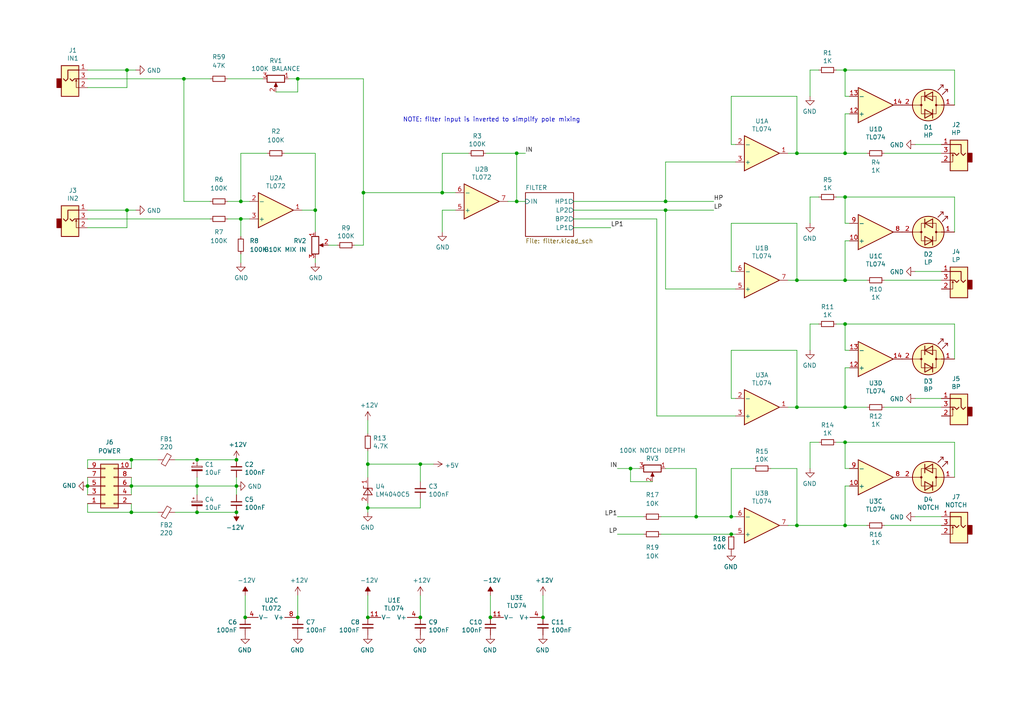
<source format=kicad_sch>
(kicad_sch (version 20211123) (generator eeschema)
  (paper "A4")
  (title_block (title "VCF-20") (rev "v1.0"))
  (lib_symbols
    (symbol "Amplifier_Operational:TL072" (pin_names (offset 0.127))
      (property "Reference" "U" (at 0 5.08 0))
      (property "Value" "TL072" (at 0 -5.08 0))
      (symbol "TL072_1_1"
        (polyline (pts (xy -5.08 5.08) (xy 5.08 0) (xy -5.08 -5.08) (xy -5.08 5.08)) (stroke (width 0.254)) (fill (type background)))
        (pin output line (at 7.62 0 180) (length 2.54) (name "~") (number "1"))
        (pin input line (at -7.62 -2.54 0) (length 2.54) (name "-") (number "2"))
        (pin input line (at -7.62 2.54 0) (length 2.54) (name "+") (number "3"))
      )
      (symbol "TL072_2_1"
        (polyline (pts (xy -5.08 5.08) (xy 5.08 0) (xy -5.08 -5.08) (xy -5.08 5.08)) (stroke (width 0.254)) (fill (type background)))
        (pin input line (at -7.62 2.54 0) (length 2.54) (name "+") (number "5"))
        (pin input line (at -7.62 -2.54 0) (length 2.54) (name "-") (number "6"))
        (pin output line (at 7.62 0 180) (length 2.54) (name "~") (number "7"))
      )
      (symbol "TL072_3_1"
        (pin power_in line (at -2.54 -7.62 90) (length 3.81) (name "V-") (number "4"))
        (pin power_in line (at -2.54 7.62 270) (length 3.81) (name "V+") (number "8"))
      )
    )
    (symbol "Amplifier_Operational:TL074" (pin_names (offset 0.127))
      (property "Reference" "U" (at 0 5.08 0))
      (property "Value" "TL074" (at 0 -5.08 0))
      (symbol "TL074_1_1"
        (polyline (pts (xy -5.08 5.08) (xy 5.08 0) (xy -5.08 -5.08) (xy -5.08 5.08)) (stroke (width 0.254)) (fill (type background)))
        (pin output line (at 7.62 0 180) (length 2.54) (name "~") (number "1"))
        (pin input line (at -7.62 -2.54 0) (length 2.54) (name "-") (number "2"))
        (pin input line (at -7.62 2.54 0) (length 2.54) (name "+") (number "3"))
      )
      (symbol "TL074_2_1"
        (polyline (pts (xy -5.08 5.08) (xy 5.08 0) (xy -5.08 -5.08) (xy -5.08 5.08)) (stroke (width 0.254)) (fill (type background)))
        (pin input line (at -7.62 2.54 0) (length 2.54) (name "+") (number "5"))
        (pin input line (at -7.62 -2.54 0) (length 2.54) (name "-") (number "6"))
        (pin output line (at 7.62 0 180) (length 2.54) (name "~") (number "7"))
      )
      (symbol "TL074_3_1"
        (polyline (pts (xy -5.08 5.08) (xy 5.08 0) (xy -5.08 -5.08) (xy -5.08 5.08)) (stroke (width 0.254)) (fill (type background)))
        (pin input line (at -7.62 2.54 0) (length 2.54) (name "+") (number "10"))
        (pin output line (at 7.62 0 180) (length 2.54) (name "~") (number "8"))
        (pin input line (at -7.62 -2.54 0) (length 2.54) (name "-") (number "9"))
      )
      (symbol "TL074_4_1"
        (polyline (pts (xy -5.08 5.08) (xy 5.08 0) (xy -5.08 -5.08) (xy -5.08 5.08)) (stroke (width 0.254)) (fill (type background)))
        (pin input line (at -7.62 2.54 0) (length 2.54) (name "+") (number "12"))
        (pin input line (at -7.62 -2.54 0) (length 2.54) (name "-") (number "13"))
        (pin output line (at 7.62 0 180) (length 2.54) (name "~") (number "14"))
      )
      (symbol "TL074_5_1"
        (pin power_in line (at -2.54 -7.62 90) (length 3.81) (name "V-") (number "11"))
        (pin power_in line (at -2.54 7.62 270) (length 3.81) (name "V+") (number "4"))
      )
    )
    (symbol "Connector_Generic:Conn_02x05_Odd_Even" (pin_names (offset 1.016) hide)
      (property "Reference" "J" (at 1.27 7.62 0))
      (property "Value" "Conn_02x05_Odd_Even" (at 1.27 -7.62 0))
      (symbol "Conn_02x05_Odd_Even_1_1"
        (rectangle (start -1.27 -4.953) (end 0 -5.207) (stroke (width 0.1524)))
        (rectangle (start -1.27 -2.413) (end 0 -2.667) (stroke (width 0.1524)))
        (rectangle (start -1.27 0.127) (end 0 -0.127) (stroke (width 0.1524)))
        (rectangle (start -1.27 2.667) (end 0 2.413) (stroke (width 0.1524)))
        (rectangle (start -1.27 5.207) (end 0 4.953) (stroke (width 0.1524)))
        (rectangle (start -1.27 6.35) (end 3.81 -6.35) (stroke (width 0.254)) (fill (type background)))
        (rectangle (start 3.81 -4.953) (end 2.54 -5.207) (stroke (width 0.1524)))
        (rectangle (start 3.81 -2.413) (end 2.54 -2.667) (stroke (width 0.1524)))
        (rectangle (start 3.81 0.127) (end 2.54 -0.127) (stroke (width 0.1524)))
        (rectangle (start 3.81 2.667) (end 2.54 2.413) (stroke (width 0.1524)))
        (rectangle (start 3.81 5.207) (end 2.54 4.953) (stroke (width 0.1524)))
        (pin passive line (at -5.08 5.08 0) (length 3.81) (name "Pin_1") (number "1"))
        (pin passive line (at 7.62 -5.08 180) (length 3.81) (name "Pin_10") (number "10"))
        (pin passive line (at 7.62 5.08 180) (length 3.81) (name "Pin_2") (number "2"))
        (pin passive line (at -5.08 2.54 0) (length 3.81) (name "Pin_3") (number "3"))
        (pin passive line (at 7.62 2.54 180) (length 3.81) (name "Pin_4") (number "4"))
        (pin passive line (at -5.08 0 0) (length 3.81) (name "Pin_5") (number "5"))
        (pin passive line (at 7.62 0 180) (length 3.81) (name "Pin_6") (number "6"))
        (pin passive line (at -5.08 -2.54 0) (length 3.81) (name "Pin_7") (number "7"))
        (pin passive line (at 7.62 -2.54 180) (length 3.81) (name "Pin_8") (number "8"))
        (pin passive line (at -5.08 -5.08 0) (length 3.81) (name "Pin_9") (number "9"))
      )
    )
    (symbol "Device:C_Polarized_Small" (pin_numbers hide) (pin_names (offset 0.254) hide)
      (property "Reference" "C" (at 0.254 1.778 0))
      (property "Value" "C_Polarized_Small" (at 0.254 -2.032 0))
      (symbol "C_Polarized_Small_0_1"
        (rectangle (start -1.524 -0.3048) (end 1.524 -0.6858) (fill (type outline)))
        (rectangle (start -1.524 0.6858) (end 1.524 0.3048))
        (polyline (pts (xy -1.27 1.524) (xy -0.762 1.524)))
        (polyline (pts (xy -1.016 1.27) (xy -1.016 1.778)))
      )
      (symbol "C_Polarized_Small_1_1"
        (pin passive line (at 0 2.54 270) (length 1.8542) (name "~") (number "1"))
        (pin passive line (at 0 -2.54 90) (length 1.8542) (name "~") (number "2"))
      )
    )
    (symbol "Device:C_Small" (pin_numbers hide) (pin_names (offset 0.254) hide)
      (property "Reference" "C" (at 0.254 1.778 0))
      (property "Value" "C_Small" (at 0.254 -2.032 0))
      (symbol "C_Small_0_1"
        (polyline (pts (xy -1.524 -0.508) (xy 1.524 -0.508)) (stroke (width 0.3302)))
        (polyline (pts (xy -1.524 0.508) (xy 1.524 0.508)) (stroke (width 0.3048)))
      )
      (symbol "C_Small_1_1"
        (pin passive line (at 0 2.54 270) (length 2.032) (name "~") (number "1"))
        (pin passive line (at 0 -2.54 90) (length 2.032) (name "~") (number "2"))
      )
    )
    (symbol "Device:FerriteBead_Small" (pin_numbers hide) (pin_names (offset 0))
      (property "Reference" "FB" (at 1.905 1.27 0))
      (property "Value" "FerriteBead_Small" (at 1.905 -1.27 0))
      (symbol "FerriteBead_Small_0_1"
        (polyline (pts (xy 0 -1.27) (xy 0 -0.7874)))
        (polyline (pts (xy 0 0.889) (xy 0 1.2954)))
        (polyline (pts (xy -1.8288 0.2794) (xy -1.1176 1.4986) (xy 1.8288 -0.2032) (xy 1.1176 -1.4224) (xy -1.8288 0.2794)))
      )
      (symbol "FerriteBead_Small_1_1"
        (pin passive line (at 0 2.54 270) (length 1.27) (name "~") (number "1"))
        (pin passive line (at 0 -2.54 90) (length 1.27) (name "~") (number "2"))
      )
    )
    (symbol "Device:R_Small" (pin_numbers hide) (pin_names (offset 0.254) hide)
      (property "Reference" "R" (at 0.762 0.508 0))
      (property "Value" "R_Small" (at 0.762 -1.016 0))
      (symbol "R_Small_0_1"
        (rectangle (start -0.762 1.778) (end 0.762 -1.778) (stroke (width 0.2032)))
      )
      (symbol "R_Small_1_1"
        (pin passive line (at 0 2.54 270) (length 0.762) (name "~") (number "1"))
        (pin passive line (at 0 -2.54 90) (length 0.762) (name "~") (number "2"))
      )
    )
    (symbol "Reference_Voltage:LM4040DBZ-5" (pin_names (offset 0.0254) hide)
      (property "Reference" "U" (at 0 2.54 0))
      (property "Value" "LM4040DBZ-5" (at 0 -3.175 0))
      (symbol "LM4040DBZ-5_0_1"
        (polyline (pts (xy -1.27 0) (xy 0 0) (xy 1.27 0)))
        (polyline (pts (xy -1.27 -1.27) (xy 0.635 0) (xy -1.27 1.27) (xy -1.27 -1.27)) (stroke (width 0.2032)))
        (polyline (pts (xy 0 -1.27) (xy 0.635 -1.27) (xy 0.635 1.27) (xy 1.27 1.27)) (stroke (width 0.2032)))
      )
      (symbol "LM4040DBZ-5_1_1"
        (pin passive line (at 3.81 0 180) (length 2.54) (name "K") (number "1"))
        (pin passive line (at -3.81 0 0) (length 2.54) (name "A") (number "2"))
      )
    )
    (symbol "power:+12V" (power) (pin_names (offset 0))
      (property "Value" "+12V" (at 0 3.556 0))
      (symbol "+12V_0_1"
        (polyline (pts (xy -0.762 1.27) (xy 0 2.54)))
        (polyline (pts (xy 0 0) (xy 0 2.54)))
        (polyline (pts (xy 0 2.54) (xy 0.762 1.27)))
      )
      (symbol "+12V_1_1"
        (pin power_in line (at 0 0 90) (length 0) hide (name "+12V") (number "1"))
      )
    )
    (symbol "power:+5V" (power) (pin_names (offset 0))
      (property "Value" "+5V" (at 0 3.556 0))
      (symbol "+5V_0_1"
        (polyline (pts (xy -0.762 1.27) (xy 0 2.54)))
        (polyline (pts (xy 0 0) (xy 0 2.54)))
        (polyline (pts (xy 0 2.54) (xy 0.762 1.27)))
      )
      (symbol "+5V_1_1"
        (pin power_in line (at 0 0 90) (length 0) hide (name "+5V") (number "1"))
      )
    )
    (symbol "power:-12V" (power) (pin_names (offset 0))
      (property "Value" "-12V" (at 0 3.81 0))
      (symbol "-12V_0_0"
        (pin power_in line (at 0 0 90) (length 0) hide (name "-12V") (number "1"))
      )
      (symbol "-12V_0_1"
        (polyline (pts (xy 0 0) (xy 0 1.27) (xy 0.762 1.27) (xy 0 2.54) (xy -0.762 1.27) (xy 0 1.27)) (fill (type outline)))
      )
    )
    (symbol "power:GND" (power) (pin_names (offset 0))
      (property "Value" "GND" (at 0 -3.81 0))
      (symbol "GND_0_1"
        (polyline (pts (xy 0 0) (xy 0 -1.27) (xy 1.27 -1.27) (xy 0 -2.54) (xy -1.27 -1.27) (xy 0 -1.27)))
      )
      (symbol "GND_1_1"
        (pin power_in line (at 0 0 270) (length 0) hide (name "GND") (number "1"))
      )
    )
    (symbol "vcf-20-rescue:LED_Dual_2pin-Device" (pin_names (offset 0) hide)
      (property "Reference" "D" (at 0 5.715 0))
      (property "Value" "LED_Dual_2pin-Device" (at 0 -6.35 0))
      (symbol "LED_Dual_2pin-Device_0_1"
        (circle (center -2.032 0) (radius 0.254) (fill (type outline)))
        (polyline (pts (xy -4.572 0) (xy -2.54 0)))
        (polyline (pts (xy -2.032 0) (xy -2.54 0)))
        (polyline (pts (xy -1.016 3.81) (xy -1.016 1.27)) (stroke (width 0.254)))
        (polyline (pts (xy 1.27 -1.27) (xy 1.27 -3.81)) (stroke (width 0.254)))
        (polyline (pts (xy 4.064 0) (xy 2.286 0)) (fill (type outline)))
        (polyline (pts (xy 4.318 5.842) (xy 4.318 5.08)) (stroke (width 0.2032)))
        (polyline (pts (xy 5.588 4.572) (xy 5.588 3.81)) (stroke (width 0.2032)))
        (polyline (pts (xy 2.794 4.318) (xy 4.318 5.842) (xy 3.556 5.842)) (stroke (width 0.2032)))
        (polyline (pts (xy 4.064 3.048) (xy 5.588 4.572) (xy 4.826 4.572)) (stroke (width 0.2032)))
        (polyline (pts (xy -1.016 -1.27) (xy -1.016 -3.81) (xy 1.27 -2.54) (xy -1.016 -1.27)) (stroke (width 0.254)))
        (polyline (pts (xy 1.27 3.81) (xy 1.27 1.27) (xy -1.016 2.54) (xy 1.27 3.81)) (stroke (width 0.254)))
        (polyline (pts (xy 2.286 2.54) (xy -2.032 2.54) (xy -2.032 -2.54) (xy 2.286 -2.54) (xy 2.286 2.54)))
        (circle (center 0 0) (radius 4.572) (stroke (width 0.254)) (fill (type background)))
        (circle (center 2.286 0) (radius 0.254) (fill (type outline)))
      )
      (symbol "LED_Dual_2pin-Device_1_1"
        (pin input line (at 7.62 0 180) (length 3.81) (name "KA") (number "1"))
        (pin input line (at -7.62 0 0) (length 3.048) (name "AK") (number "2"))
      )
    )
    (symbol "vcf-20-rescue:PJ-301M-SamacSys_Parts" (pin_names (offset 0.762))
      (property "Reference" "J" (at 16.51 7.62 0))
      (property "Value" "PJ-301M-SamacSys_Parts" (at 16.51 5.08 0))
      (symbol "PJ-301M-SamacSys_Parts_1_1"
        (polyline (pts (xy 11.938 -1.524) (xy 12.192 -2.032)))
        (polyline (pts (xy 10.16 -1.27) (xy 10.795 -1.905) (xy 11.43 -1.27) (xy 12.7 -1.27)) (stroke (width 0.254)))
        (polyline (pts (xy 12.7 -3.81) (xy 11.938 -3.81) (xy 11.938 -1.524) (xy 11.684 -2.032)))
        (polyline (pts (xy 12.7 1.27) (xy 9.525 1.27) (xy 9.525 -1.27) (xy 8.89 -1.905) (xy 8.255 -1.27)) (stroke (width 0.254)))
        (rectangle (start 7.62 -1.27) (end 6.35 -3.81) (stroke (width 0.254)) (fill (type outline)))
        (rectangle (start 12.7 2.54) (end 7.62 -6.35) (stroke (width 0.254)) (fill (type background)))
        (pin passive line (at 15.24 1.27 180) (length 2.54) (name "~") (number "1"))
        (pin passive line (at 15.24 -3.81 180) (length 2.54) (name "~") (number "2"))
        (pin passive line (at 15.24 -1.27 180) (length 2.54) (name "~") (number "3"))
      )
    )
    (symbol "vcf-20-rescue:R_POT-Device" (pin_names (offset 1.016) hide)
      (property "Reference" "RV" (at -4.445 0 90))
      (property "Value" "R_POT-Device" (at -2.54 0 90))
      (symbol "R_POT-Device_0_1"
        (polyline (pts (xy 2.54 0) (xy 1.524 0)))
        (polyline (pts (xy 1.143 0) (xy 2.286 0.508) (xy 2.286 -0.508) (xy 1.143 0)) (fill (type outline)))
        (rectangle (start 1.016 2.54) (end -1.016 -2.54) (stroke (width 0.254)))
      )
      (symbol "R_POT-Device_1_1"
        (pin passive line (at 0 3.81 270) (length 1.27) (name "1") (number "1"))
        (pin passive line (at 3.81 0 180) (length 1.27) (name "2") (number "2"))
        (pin passive line (at 0 -3.81 90) (length 1.27) (name "3") (number "3"))
      )
    )
  )
  (junction (at 68.58 133.35))
  (junction (at 38.1 133.35))
  (junction (at 149.86 58.42))
  (junction (at 245.11 44.45))
  (junction (at 121.92 179.07))
  (junction (at 36.83 20.32))
  (junction (at 231.14 44.45))
  (junction (at 182.88 135.89))
  (junction (at 69.85 63.5))
  (junction (at 106.68 134.62))
  (junction (at 212.09 149.86))
  (junction (at 212.09 154.94))
  (junction (at 38.1 148.59))
  (junction (at 245.11 128.27))
  (junction (at 105.41 55.88))
  (junction (at 231.14 152.4))
  (junction (at 91.44 60.96))
  (junction (at 121.92 134.62))
  (junction (at 245.11 57.15))
  (junction (at 25.4 140.97))
  (junction (at 193.04 58.42))
  (junction (at 142.24 179.07))
  (junction (at 69.85 58.42))
  (junction (at 36.83 60.96))
  (junction (at 201.93 149.86))
  (junction (at 68.58 140.97))
  (junction (at 245.11 81.28))
  (junction (at 86.36 22.86))
  (junction (at 106.68 147.32))
  (junction (at 193.04 60.96))
  (junction (at 106.68 179.07))
  (junction (at 71.12 179.07))
  (junction (at 149.86 44.45))
  (junction (at 157.48 179.07))
  (junction (at 53.34 22.86))
  (junction (at 57.15 148.59))
  (junction (at 245.11 118.11))
  (junction (at 57.15 133.35))
  (junction (at 68.58 148.59))
  (junction (at 245.11 20.32))
  (junction (at 231.14 81.28))
  (junction (at 57.15 140.97))
  (junction (at 245.11 93.98))
  (junction (at 86.36 179.07))
  (junction (at 231.14 118.11))
  (junction (at 128.27 55.88))
  (junction (at 245.11 152.4))
  (junction (at 38.1 140.97))
  (wire (pts (xy 25.4 138.43) (xy 25.4 140.97)))
  (wire (pts (xy 38.1 138.43) (xy 38.1 140.97)))
  (wire (pts (xy 50.8 148.59) (xy 57.15 148.59)))
  (wire (pts (xy 166.37 66.04) (xy 177.165 66.04)))
  (wire (pts (xy 121.92 134.62) (xy 125.73 134.62)))
  (wire (pts (xy 193.04 83.82) (xy 213.36 83.82)))
  (wire (pts (xy 245.11 106.68) (xy 246.38 106.68)))
  (wire (pts (xy 245.11 20.32) (xy 245.11 27.94)))
  (wire (pts (xy 246.38 140.97) (xy 245.11 140.97)))
  (wire (pts (xy 36.83 20.32) (xy 39.37 20.32)))
  (wire (pts (xy 228.6 152.4) (xy 231.14 152.4)))
  (wire (pts (xy 245.11 64.77) (xy 245.11 57.15)))
  (wire (pts (xy 25.4 63.5) (xy 60.96 63.5)))
  (wire (pts (xy 69.85 73.66) (xy 69.85 76.2)))
  (wire (pts (xy 276.86 128.27) (xy 276.86 138.43)))
  (wire (pts (xy 91.44 60.96) (xy 91.44 67.31)))
  (wire (pts (xy 149.86 58.42) (xy 152.4 58.42)))
  (wire (pts (xy 231.14 44.45) (xy 245.11 44.45)))
  (wire (pts (xy 234.95 27.94) (xy 234.95 20.32)))
  (wire (pts (xy 68.58 133.35) (xy 57.15 133.35)))
  (wire (pts (xy 106.68 138.43) (xy 106.68 134.62)))
  (wire (pts (xy 53.34 58.42) (xy 60.96 58.42)))
  (wire (pts (xy 66.04 58.42) (xy 69.85 58.42)))
  (wire (pts (xy 245.11 106.68) (xy 245.11 118.11)))
  (wire (pts (xy 121.92 139.7) (xy 121.92 134.62)))
  (wire (pts (xy 245.11 57.15) (xy 276.86 57.15)))
  (wire (pts (xy 69.85 63.5) (xy 66.04 63.5)))
  (wire (pts (xy 38.1 140.97) (xy 38.1 143.51)))
  (wire (pts (xy 86.36 172.72) (xy 86.36 179.07)))
  (wire (pts (xy 77.47 44.45) (xy 69.85 44.45)))
  (wire (pts (xy 68.58 140.97) (xy 57.15 140.97)))
  (wire (pts (xy 231.14 118.11) (xy 245.11 118.11)))
  (wire (pts (xy 72.39 63.5) (xy 69.85 63.5)))
  (wire (pts (xy 97.79 71.12) (xy 95.25 71.12)))
  (wire (pts (xy 201.93 135.89) (xy 201.93 149.86)))
  (wire (pts (xy 25.4 146.05) (xy 25.4 148.59)))
  (wire (pts (xy 276.86 57.15) (xy 276.86 67.31)))
  (wire (pts (xy 193.04 60.96) (xy 193.04 83.82)))
  (wire (pts (xy 265.43 78.74) (xy 273.05 78.74)))
  (wire (pts (xy 201.93 149.86) (xy 212.09 149.86)))
  (wire (pts (xy 231.14 81.28) (xy 245.11 81.28)))
  (wire (pts (xy 193.04 46.99) (xy 213.36 46.99)))
  (wire (pts (xy 245.11 69.85) (xy 245.11 81.28)))
  (wire (pts (xy 245.11 140.97) (xy 245.11 152.4)))
  (wire (pts (xy 245.11 93.98) (xy 242.57 93.98)))
  (wire (pts (xy 157.48 172.72) (xy 157.48 179.07)))
  (wire (pts (xy 193.04 60.96) (xy 166.37 60.96)))
  (wire (pts (xy 186.69 149.86) (xy 179.07 149.86)))
  (wire (pts (xy 223.52 135.89) (xy 231.14 135.89)))
  (wire (pts (xy 106.68 146.05) (xy 106.68 147.32)))
  (wire (pts (xy 36.83 66.04) (xy 36.83 60.96)))
  (wire (pts (xy 234.95 128.27) (xy 237.49 128.27)))
  (wire (pts (xy 193.04 60.96) (xy 207.01 60.96)))
  (wire (pts (xy 246.38 33.02) (xy 245.11 33.02)))
  (wire (pts (xy 121.92 172.72) (xy 121.92 179.07)))
  (wire (pts (xy 212.09 115.57) (xy 213.36 115.57)))
  (wire (pts (xy 106.68 134.62) (xy 121.92 134.62)))
  (wire (pts (xy 212.09 154.94) (xy 213.36 154.94)))
  (wire (pts (xy 36.83 25.4) (xy 36.83 20.32)))
  (wire (pts (xy 105.41 55.88) (xy 105.41 71.12)))
  (wire (pts (xy 25.4 148.59) (xy 38.1 148.59)))
  (wire (pts (xy 25.4 22.86) (xy 53.34 22.86)))
  (wire (pts (xy 265.43 115.57) (xy 273.05 115.57)))
  (wire (pts (xy 265.43 41.91) (xy 273.05 41.91)))
  (wire (pts (xy 193.04 135.89) (xy 201.93 135.89)))
  (wire (pts (xy 242.57 128.27) (xy 245.11 128.27)))
  (wire (pts (xy 86.36 26.67) (xy 80.01 26.67)))
  (wire (pts (xy 212.09 101.6) (xy 212.09 115.57)))
  (wire (pts (xy 57.15 140.97) (xy 57.15 143.51)))
  (wire (pts (xy 246.38 64.77) (xy 245.11 64.77)))
  (wire (pts (xy 83.82 22.86) (xy 86.36 22.86)))
  (wire (pts (xy 234.95 135.89) (xy 234.95 128.27)))
  (wire (pts (xy 228.6 44.45) (xy 231.14 44.45)))
  (wire (pts (xy 66.04 22.86) (xy 76.2 22.86)))
  (wire (pts (xy 36.83 60.96) (xy 39.37 60.96)))
  (wire (pts (xy 68.58 140.97) (xy 68.58 138.43)))
  (wire (pts (xy 91.44 76.2) (xy 91.44 74.93)))
  (wire (pts (xy 82.55 44.45) (xy 91.44 44.45)))
  (wire (pts (xy 242.57 57.15) (xy 245.11 57.15)))
  (wire (pts (xy 147.32 58.42) (xy 149.86 58.42)))
  (wire (pts (xy 245.11 81.28) (xy 251.46 81.28)))
  (wire (pts (xy 228.6 118.11) (xy 231.14 118.11)))
  (wire (pts (xy 38.1 133.35) (xy 45.72 133.35)))
  (wire (pts (xy 50.8 133.35) (xy 57.15 133.35)))
  (wire (pts (xy 57.15 148.59) (xy 68.58 148.59)))
  (wire (pts (xy 245.11 128.27) (xy 276.86 128.27)))
  (wire (pts (xy 245.11 118.11) (xy 251.46 118.11)))
  (wire (pts (xy 237.49 20.32) (xy 234.95 20.32)))
  (wire (pts (xy 25.4 60.96) (xy 36.83 60.96)))
  (wire (pts (xy 91.44 60.96) (xy 87.63 60.96)))
  (wire (pts (xy 106.68 130.81) (xy 106.68 134.62)))
  (wire (pts (xy 182.88 135.89) (xy 179.07 135.89)))
  (wire (pts (xy 245.11 27.94) (xy 246.38 27.94)))
  (wire (pts (xy 57.15 138.43) (xy 57.15 140.97)))
  (wire (pts (xy 231.14 64.77) (xy 231.14 81.28)))
  (wire (pts (xy 102.87 71.12) (xy 105.41 71.12)))
  (wire (pts (xy 193.04 46.99) (xy 193.04 58.42)))
  (wire (pts (xy 212.09 101.6) (xy 231.14 101.6)))
  (wire (pts (xy 231.14 135.89) (xy 231.14 152.4)))
  (wire (pts (xy 234.95 93.98) (xy 237.49 93.98)))
  (wire (pts (xy 25.4 66.04) (xy 36.83 66.04)))
  (wire (pts (xy 242.57 20.32) (xy 245.11 20.32)))
  (wire (pts (xy 212.09 64.77) (xy 212.09 78.74)))
  (wire (pts (xy 25.4 25.4) (xy 36.83 25.4)))
  (wire (pts (xy 212.09 135.89) (xy 212.09 149.86)))
  (wire (pts (xy 231.14 27.94) (xy 231.14 44.45)))
  (wire (pts (xy 69.85 44.45) (xy 69.85 58.42)))
  (wire (pts (xy 106.68 121.92) (xy 106.68 125.73)))
  (wire (pts (xy 106.68 147.32) (xy 106.68 148.59)))
  (wire (pts (xy 212.09 41.91) (xy 213.36 41.91)))
  (wire (pts (xy 71.12 172.72) (xy 71.12 179.07)))
  (wire (pts (xy 265.43 149.86) (xy 273.05 149.86)))
  (wire (pts (xy 86.36 22.86) (xy 86.36 26.67)))
  (wire (pts (xy 69.85 63.5) (xy 69.85 68.58)))
  (wire (pts (xy 190.5 120.65) (xy 213.36 120.65)))
  (wire (pts (xy 191.77 154.94) (xy 212.09 154.94)))
  (wire (pts (xy 212.09 149.86) (xy 213.36 149.86)))
  (wire (pts (xy 68.58 140.97) (xy 68.58 143.51)))
  (wire (pts (xy 106.68 172.72) (xy 106.68 179.07)))
  (wire (pts (xy 246.38 101.6) (xy 245.11 101.6)))
  (wire (pts (xy 38.1 135.89) (xy 38.1 133.35)))
  (wire (pts (xy 246.38 69.85) (xy 245.11 69.85)))
  (wire (pts (xy 166.37 58.42) (xy 193.04 58.42)))
  (wire (pts (xy 132.08 60.96) (xy 128.27 60.96)))
  (wire (pts (xy 191.77 149.86) (xy 201.93 149.86)))
  (wire (pts (xy 231.14 152.4) (xy 245.11 152.4)))
  (wire (pts (xy 128.27 44.45) (xy 128.27 55.88)))
  (wire (pts (xy 234.95 64.77) (xy 234.95 57.15)))
  (wire (pts (xy 38.1 133.35) (xy 25.4 133.35)))
  (wire (pts (xy 142.24 172.72) (xy 142.24 179.07)))
  (wire (pts (xy 121.92 147.32) (xy 121.92 144.78)))
  (wire (pts (xy 276.86 104.14) (xy 276.86 93.98)))
  (wire (pts (xy 234.95 101.6) (xy 234.95 93.98)))
  (wire (pts (xy 189.23 139.7) (xy 182.88 139.7)))
  (wire (pts (xy 245.11 152.4) (xy 251.46 152.4)))
  (wire (pts (xy 190.5 63.5) (xy 190.5 120.65)))
  (wire (pts (xy 105.41 55.88) (xy 128.27 55.88)))
  (wire (pts (xy 25.4 133.35) (xy 25.4 135.89)))
  (wire (pts (xy 231.14 64.77) (xy 212.09 64.77)))
  (wire (pts (xy 256.54 44.45) (xy 273.05 44.45)))
  (wire (pts (xy 57.15 140.97) (xy 38.1 140.97)))
  (wire (pts (xy 193.04 58.42) (xy 207.01 58.42)))
  (wire (pts (xy 53.34 22.86) (xy 60.96 22.86)))
  (wire (pts (xy 246.38 135.89) (xy 245.11 135.89)))
  (wire (pts (xy 38.1 148.59) (xy 38.1 146.05)))
  (wire (pts (xy 182.88 135.89) (xy 185.42 135.89)))
  (wire (pts (xy 245.11 33.02) (xy 245.11 44.45)))
  (wire (pts (xy 256.54 118.11) (xy 273.05 118.11)))
  (wire (pts (xy 256.54 152.4) (xy 273.05 152.4)))
  (wire (pts (xy 245.11 135.89) (xy 245.11 128.27)))
  (wire (pts (xy 38.1 148.59) (xy 45.72 148.59)))
  (wire (pts (xy 234.95 57.15) (xy 237.49 57.15)))
  (wire (pts (xy 135.89 44.45) (xy 128.27 44.45)))
  (wire (pts (xy 166.37 63.5) (xy 190.5 63.5)))
  (wire (pts (xy 212.09 27.94) (xy 231.14 27.94)))
  (wire (pts (xy 182.88 139.7) (xy 182.88 135.89)))
  (wire (pts (xy 69.85 58.42) (xy 72.39 58.42)))
  (wire (pts (xy 105.41 22.86) (xy 105.41 55.88)))
  (wire (pts (xy 25.4 20.32) (xy 36.83 20.32)))
  (wire (pts (xy 231.14 101.6) (xy 231.14 118.11)))
  (wire (pts (xy 276.86 20.32) (xy 276.86 30.48)))
  (wire (pts (xy 128.27 55.88) (xy 132.08 55.88)))
  (wire (pts (xy 25.4 140.97) (xy 25.4 143.51)))
  (wire (pts (xy 91.44 44.45) (xy 91.44 60.96)))
  (wire (pts (xy 128.27 60.96) (xy 128.27 67.31)))
  (wire (pts (xy 245.11 20.32) (xy 276.86 20.32)))
  (wire (pts (xy 256.54 81.28) (xy 273.05 81.28)))
  (wire (pts (xy 106.68 147.32) (xy 121.92 147.32)))
  (wire (pts (xy 149.86 44.45) (xy 140.97 44.45)))
  (wire (pts (xy 218.44 135.89) (xy 212.09 135.89)))
  (wire (pts (xy 245.11 44.45) (xy 251.46 44.45)))
  (wire (pts (xy 212.09 27.94) (xy 212.09 41.91)))
  (wire (pts (xy 86.36 22.86) (xy 105.41 22.86)))
  (wire (pts (xy 152.4 44.45) (xy 149.86 44.45)))
  (wire (pts (xy 276.86 93.98) (xy 245.11 93.98)))
  (wire (pts (xy 245.11 101.6) (xy 245.11 93.98)))
  (wire (pts (xy 212.09 78.74) (xy 213.36 78.74)))
  (wire (pts (xy 53.34 22.86) (xy 53.34 58.42)))
  (wire (pts (xy 228.6 81.28) (xy 231.14 81.28)))
  (wire (pts (xy 149.86 44.45) (xy 149.86 58.42)))
  (wire (pts (xy 186.69 154.94) (xy 179.07 154.94)))
  (text "NOTE: filter input is inverted to simplify pole mixing" (at 116.84 35.56 0) (effects (font (size 1.27 1.27)) (justify left bottom)))
  (label "LP" (at 207.01 60.96 0))
  (label "LP" (at 179.07 154.94 180))
  (label "LP1" (at 179.07 149.86 180))
  (label "IN" (at 179.07 135.89 180))
  (label "IN" (at 152.4 44.45 0))
  (label "HP" (at 207.01 58.42 0))
  (label "LP1" (at 177.165 66.04 0))
  (symbol (lib_id "vcf-20-rescue:PJ-301M-SamacSys_Parts") (at 10.16 21.59 0) (unit 1)
    (property "Reference" "J1" (at 21.1328 14.605 0))
    (property "Value" "IN1" (at 21.1328 16.9164 0))
    (property "Footprint" "covertneko_Audio:PJ301M" (effects hide))
  )
  (symbol (lib_id "vcf-20-rescue:PJ-301M-SamacSys_Parts") (at 288.29 43.18 0) (mirror y) (unit 1)
    (property "Reference" "J2" (at 277.3172 36.195 0))
    (property "Value" "HP" (at 277.3172 38.5064 0))
    (property "Footprint" "covertneko_Audio:PJ301M" (effects hide))
  )
  (symbol (lib_id "power:GND") (at 39.37 20.32 90) (mirror x) (unit 1)
    (property "Reference" "#PWR01" (effects hide))
    (property "Value" "GND" (at 42.6212 20.447 90) (effects (justify right)))
  )
  (symbol (lib_id "power:GND") (at 265.43 41.91 270) (unit 1)
    (property "Reference" "#PWR03" (effects hide))
    (property "Value" "GND" (at 262.1788 42.037 90) (effects (justify right)))
  )
  (symbol (lib_id "vcf-20-rescue:LED_Dual_2pin-Device") (at 269.24 30.48 0) (unit 1)
    (property "Reference" "D1" (at 269.24 36.9316 0))
    (property "Value" "HP" (at 269.24 39.243 0))
    (property "Footprint" "LED_THT:LED_D3.0mm_Clear" (effects hide))
  )
  (symbol (lib_id "Amplifier_Operational:TL074") (at 254 30.48 0) (mirror x) (unit 4)
    (property "Reference" "U1" (at 254 37.465 0))
    (property "Value" "TL074" (at 254 39.7764 0))
    (property "Footprint" "Package_SO:TSSOP-14_4.4x5mm_P0.65mm" (effects hide))
    (property "Datasheet" "http://www.ti.com/lit/ds/symlink/tl071.pdf" (effects hide))
  )
  (symbol (lib_id "Device:R_Small") (at 240.03 20.32 270) (unit 1)
    (property "Reference" "R1" (at 240.03 15.3416 90))
    (property "Value" "1K" (at 240.03 17.653 90))
    (property "Footprint" "Resistor_SMD:R_0603_1608Metric" (effects hide))
  )
  (symbol (lib_id "power:GND") (at 234.95 27.94 0) (mirror y) (unit 1)
    (property "Reference" "#PWR02" (effects hide))
    (property "Value" "GND" (at 234.823 32.3342 0))
  )
  (symbol (lib_id "Amplifier_Operational:TL074") (at 149.86 181.61 270) (unit 5)
    (property "Reference" "U3" (at 149.86 173.355 90))
    (property "Value" "TL074" (at 149.86 175.6664 90))
    (property "Footprint" "Package_SO:TSSOP-14_4.4x5mm_P0.65mm" (effects hide))
    (property "Datasheet" "http://www.ti.com/lit/ds/symlink/tl071.pdf" (effects hide))
  )
  (symbol (lib_id "Connector_Generic:Conn_02x05_Odd_Even") (at 30.48 140.97 0) (mirror x) (unit 1)
    (property "Reference" "J6" (at 31.75 128.27 0))
    (property "Value" "POWER" (at 31.75 130.81 0))
    (property "Footprint" "Connector_IDC:IDC-Header_2x05_P2.54mm_Vertical" (effects hide))
  )
  (symbol (lib_id "Device:FerriteBead_Small") (at 48.26 133.35 90) (unit 1)
    (property "Reference" "FB1" (at 48.26 127.3302 90))
    (property "Value" "220" (at 48.26 129.6416 90))
    (property "Footprint" "Resistor_SMD:R_0603_1608Metric" (effects hide))
  )
  (symbol (lib_id "Device:C_Polarized_Small") (at 57.15 135.89 0) (unit 1)
    (property "Reference" "C1" (at 59.3852 134.7216 0) (effects (justify left)))
    (property "Value" "10uF" (at 59.3852 137.033 0) (effects (justify left)))
    (property "Footprint" "Capacitor_SMD:CP_Elec_5x5.3" (effects hide))
  )
  (symbol (lib_id "Device:C_Polarized_Small") (at 57.15 146.05 0) (unit 1)
    (property "Reference" "C4" (at 59.3852 144.8816 0) (effects (justify left)))
    (property "Value" "10uF" (at 59.3852 147.193 0) (effects (justify left)))
    (property "Footprint" "Capacitor_SMD:CP_Elec_5x5.3" (effects hide))
  )
  (symbol (lib_id "Device:FerriteBead_Small") (at 48.26 148.59 90) (unit 1)
    (property "Reference" "FB2" (at 48.26 152.273 90))
    (property "Value" "220" (at 48.26 154.5844 90))
    (property "Footprint" "Resistor_SMD:R_0603_1608Metric" (effects hide))
  )
  (symbol (lib_id "Device:C_Small") (at 157.48 181.61 0) (unit 1)
    (property "Reference" "C11" (at 159.8168 180.4416 0) (effects (justify left)))
    (property "Value" "100nF" (at 159.8168 182.753 0) (effects (justify left)))
    (property "Footprint" "Capacitor_SMD:C_0603_1608Metric" (effects hide))
  )
  (symbol (lib_id "Device:C_Small") (at 142.24 181.61 0) (unit 1)
    (property "Reference" "C10" (at 139.9286 180.4416 0) (effects (justify right)))
    (property "Value" "100nF" (at 139.9286 182.753 0) (effects (justify right)))
    (property "Footprint" "Capacitor_SMD:C_0603_1608Metric" (effects hide))
  )
  (symbol (lib_id "power:GND") (at 157.48 184.15 0) (mirror y) (unit 1)
    (property "Reference" "#PWR033" (effects hide))
    (property "Value" "GND" (at 157.353 188.5442 0))
  )
  (symbol (lib_id "power:GND") (at 142.24 184.15 0) (mirror y) (unit 1)
    (property "Reference" "#PWR032" (effects hide))
    (property "Value" "GND" (at 142.113 188.5442 0))
  )
  (symbol (lib_id "power:-12V") (at 142.24 172.72 0) (unit 1)
    (property "Reference" "#PWR026" (effects hide))
    (property "Value" "-12V" (at 142.621 168.3258 0))
  )
  (symbol (lib_id "power:+12V") (at 157.48 172.72 0) (unit 1)
    (property "Reference" "#PWR027" (effects hide))
    (property "Value" "+12V" (at 157.861 168.3258 0))
  )
  (symbol (lib_id "power:GND") (at 68.58 140.97 90) (mirror x) (unit 1)
    (property "Reference" "#PWR017" (effects hide))
    (property "Value" "GND" (at 71.8312 141.097 90) (effects (justify right)))
  )
  (symbol (lib_id "power:-12V") (at 68.58 148.59 180) (unit 1)
    (property "Reference" "#PWR018" (effects hide))
    (property "Value" "-12V" (at 68.199 152.9842 0))
  )
  (symbol (lib_id "power:+12V") (at 68.58 133.35 0) (unit 1)
    (property "Reference" "#PWR013" (effects hide))
    (property "Value" "+12V" (at 68.961 128.9558 0))
  )
  (symbol (lib_id "power:GND") (at 25.4 140.97 270) (mirror x) (unit 1)
    (property "Reference" "#PWR016" (effects hide))
    (property "Value" "GND" (at 22.1488 140.843 90) (effects (justify right)))
  )
  (symbol (lib_id "Device:C_Small") (at 68.58 146.05 0) (unit 1)
    (property "Reference" "C5" (at 70.9168 144.8816 0) (effects (justify left)))
    (property "Value" "100nF" (at 70.9168 147.193 0) (effects (justify left)))
    (property "Footprint" "Capacitor_SMD:C_0603_1608Metric" (effects hide))
  )
  (symbol (lib_id "Device:C_Small") (at 68.58 135.89 180) (unit 1)
    (property "Reference" "C2" (at 70.9168 134.7216 0) (effects (justify right)))
    (property "Value" "100nF" (at 70.9168 137.033 0) (effects (justify right)))
    (property "Footprint" "Capacitor_SMD:C_0603_1608Metric" (effects hide))
  )
  (symbol (lib_id "Amplifier_Operational:TL074") (at 220.98 44.45 0) (mirror x) (unit 1)
    (property "Reference" "U1" (at 220.98 35.1282 0))
    (property "Value" "TL074" (at 220.98 37.4396 0))
    (property "Footprint" "Package_SO:TSSOP-14_4.4x5mm_P0.65mm" (effects hide))
    (property "Datasheet" "http://www.ti.com/lit/ds/symlink/tl071.pdf" (effects hide))
  )
  (symbol (lib_id "Amplifier_Operational:TL074") (at 114.3 176.53 270) (mirror x) (unit 5)
    (property "Reference" "U1" (at 114.3 174.117 90))
    (property "Value" "TL074" (at 114.3 176.4284 90))
    (property "Footprint" "Package_SO:TSSOP-14_4.4x5mm_P0.65mm" (effects hide))
    (property "Datasheet" "http://www.ti.com/lit/ds/symlink/tl071.pdf" (effects hide))
  )
  (symbol (lib_id "power:-12V") (at 106.68 172.72 0) (unit 1)
    (property "Reference" "#PWR024" (effects hide))
    (property "Value" "-12V" (at 107.061 168.3258 0))
  )
  (symbol (lib_id "power:+12V") (at 121.92 172.72 0) (unit 1)
    (property "Reference" "#PWR025" (effects hide))
    (property "Value" "+12V" (at 122.301 168.3258 0))
  )
  (symbol (lib_id "Device:C_Small") (at 121.92 181.61 0) (unit 1)
    (property "Reference" "C9" (at 124.2568 180.4416 0) (effects (justify left)))
    (property "Value" "100nF" (at 124.2568 182.753 0) (effects (justify left)))
    (property "Footprint" "Capacitor_SMD:C_0603_1608Metric" (effects hide))
  )
  (symbol (lib_id "Device:C_Small") (at 106.68 181.61 0) (unit 1)
    (property "Reference" "C8" (at 104.3686 180.4416 0) (effects (justify right)))
    (property "Value" "100nF" (at 104.3686 182.753 0) (effects (justify right)))
    (property "Footprint" "Capacitor_SMD:C_0603_1608Metric" (effects hide))
  )
  (symbol (lib_id "power:GND") (at 121.92 184.15 0) (mirror y) (unit 1)
    (property "Reference" "#PWR031" (effects hide))
    (property "Value" "GND" (at 121.793 188.5442 0))
  )
  (symbol (lib_id "power:GND") (at 106.68 184.15 0) (mirror y) (unit 1)
    (property "Reference" "#PWR030" (effects hide))
    (property "Value" "GND" (at 106.553 188.5442 0))
  )
  (symbol (lib_id "vcf-20-rescue:PJ-301M-SamacSys_Parts") (at 10.16 62.23 0) (unit 1)
    (property "Reference" "J3" (at 21.1328 55.245 0))
    (property "Value" "IN2" (at 21.1328 57.5564 0))
    (property "Footprint" "covertneko_Audio:PJ301M" (effects hide))
  )
  (symbol (lib_id "power:GND") (at 39.37 60.96 90) (mirror x) (unit 1)
    (property "Reference" "#PWR04" (effects hide))
    (property "Value" "GND" (at 42.6212 61.087 90) (effects (justify right)))
  )
  (symbol (lib_id "Amplifier_Operational:TL072") (at 139.7 58.42 0) (mirror x) (unit 2)
    (property "Reference" "U2" (at 139.7 49.0982 0))
    (property "Value" "TL072" (at 139.7 51.4096 0))
    (property "Footprint" "Package_SO:TSSOP-8_4.4x3mm_P0.65mm" (effects hide))
    (property "Datasheet" "http://www.ti.com/lit/ds/symlink/tl071.pdf" (effects hide))
  )
  (symbol (lib_id "Reference_Voltage:LM4040DBZ-5") (at 106.68 142.24 90) (unit 1)
    (property "Reference" "U4" (at 108.8898 141.0716 90) (effects (justify right)))
    (property "Value" "LM4040C5" (at 108.8898 143.383 90) (effects (justify right)))
    (property "Footprint" "Package_TO_SOT_SMD:SOT-23" (effects hide))
    (property "Datasheet" "http://www.ti.com/lit/ds/symlink/lm1117.pdf" (effects hide))
  )
  (symbol (lib_id "power:GND") (at 106.68 148.59 0) (mirror y) (unit 1)
    (property "Reference" "#PWR019" (effects hide))
    (property "Value" "GND" (at 106.553 152.9842 0))
  )
  (symbol (lib_id "power:+12V") (at 106.68 121.92 0) (unit 1)
    (property "Reference" "#PWR012" (effects hide))
    (property "Value" "+12V" (at 107.061 117.5258 0))
  )
  (symbol (lib_id "power:+5V") (at 125.73 134.62 270) (unit 1)
    (property "Reference" "#PWR014" (effects hide))
    (property "Value" "+5V" (at 128.9812 135.001 90) (effects (justify left)))
  )
  (symbol (lib_id "vcf-20-rescue:LED_Dual_2pin-Device") (at 269.24 67.31 0) (unit 1)
    (property "Reference" "D2" (at 269.24 73.7616 0))
    (property "Value" "LP" (at 269.24 76.073 0))
    (property "Footprint" "LED_THT:LED_D3.0mm_Clear" (effects hide))
  )
  (symbol (lib_id "Amplifier_Operational:TL074") (at 254 67.31 0) (mirror x) (unit 3)
    (property "Reference" "U1" (at 254 74.295 0))
    (property "Value" "TL074" (at 254 76.6064 0))
    (property "Footprint" "Package_SO:TSSOP-14_4.4x5mm_P0.65mm" (effects hide))
    (property "Datasheet" "http://www.ti.com/lit/ds/symlink/tl071.pdf" (effects hide))
  )
  (symbol (lib_id "Device:R_Small") (at 240.03 57.15 90) (unit 1)
    (property "Reference" "R5" (at 240.03 52.1716 90))
    (property "Value" "1K" (at 240.03 54.483 90))
    (property "Footprint" "Resistor_SMD:R_0603_1608Metric" (effects hide))
  )
  (symbol (lib_id "Amplifier_Operational:TL074") (at 220.98 81.28 0) (mirror x) (unit 2)
    (property "Reference" "U1" (at 220.98 71.9582 0))
    (property "Value" "TL074" (at 220.98 74.2696 0))
    (property "Footprint" "Package_SO:TSSOP-14_4.4x5mm_P0.65mm" (effects hide))
    (property "Datasheet" "http://www.ti.com/lit/ds/symlink/tl071.pdf" (effects hide))
  )
  (symbol (lib_id "power:GND") (at 265.43 78.74 270) (unit 1)
    (property "Reference" "#PWR09" (effects hide))
    (property "Value" "GND" (at 262.1788 78.867 90) (effects (justify right)))
  )
  (symbol (lib_id "vcf-20-rescue:PJ-301M-SamacSys_Parts") (at 288.29 80.01 0) (mirror y) (unit 1)
    (property "Reference" "J4" (at 277.3172 73.025 0))
    (property "Value" "LP" (at 277.3172 75.3364 0))
    (property "Footprint" "covertneko_Audio:PJ301M" (effects hide))
  )
  (symbol (lib_id "Device:R_Small") (at 254 81.28 90) (unit 1)
    (property "Reference" "R10" (at 254 83.9216 90))
    (property "Value" "1K" (at 254 86.233 90))
    (property "Footprint" "Resistor_SMD:R_0603_1608Metric" (effects hide))
  )
  (symbol (lib_id "vcf-20-rescue:LED_Dual_2pin-Device") (at 269.24 104.14 0) (unit 1)
    (property "Reference" "D3" (at 269.24 110.5916 0))
    (property "Value" "BP" (at 269.24 112.903 0))
    (property "Footprint" "LED_THT:LED_D3.0mm_Clear" (effects hide))
  )
  (symbol (lib_id "Amplifier_Operational:TL074") (at 254 104.14 0) (mirror x) (unit 4)
    (property "Reference" "U3" (at 254 111.125 0))
    (property "Value" "TL074" (at 254 113.4364 0))
    (property "Footprint" "Package_SO:TSSOP-14_4.4x5mm_P0.65mm" (effects hide))
    (property "Datasheet" "http://www.ti.com/lit/ds/symlink/tl071.pdf" (effects hide))
  )
  (symbol (lib_id "Device:R_Small") (at 240.03 93.98 90) (unit 1)
    (property "Reference" "R11" (at 240.03 89.0016 90))
    (property "Value" "1K" (at 240.03 91.313 90))
    (property "Footprint" "Resistor_SMD:R_0603_1608Metric" (effects hide))
  )
  (symbol (lib_id "Amplifier_Operational:TL074") (at 220.98 118.11 0) (mirror x) (unit 1)
    (property "Reference" "U3" (at 220.98 108.7882 0))
    (property "Value" "TL074" (at 220.98 111.0996 0))
    (property "Footprint" "Package_SO:TSSOP-14_4.4x5mm_P0.65mm" (effects hide))
    (property "Datasheet" "http://www.ti.com/lit/ds/symlink/tl071.pdf" (effects hide))
  )
  (symbol (lib_id "power:GND") (at 265.43 115.57 270) (unit 1)
    (property "Reference" "#PWR011" (effects hide))
    (property "Value" "GND" (at 262.1788 115.697 90) (effects (justify right)))
  )
  (symbol (lib_id "vcf-20-rescue:PJ-301M-SamacSys_Parts") (at 288.29 116.84 0) (mirror y) (unit 1)
    (property "Reference" "J5" (at 277.3172 109.855 0))
    (property "Value" "BP" (at 277.3172 112.1664 0))
    (property "Footprint" "covertneko_Audio:PJ301M" (effects hide))
  )
  (symbol (lib_id "Device:R_Small") (at 254 118.11 90) (unit 1)
    (property "Reference" "R12" (at 254 120.7516 90))
    (property "Value" "1K" (at 254 123.063 90))
    (property "Footprint" "Resistor_SMD:R_0603_1608Metric" (effects hide))
  )
  (symbol (lib_id "Device:R_Small") (at 80.01 44.45 270) (mirror x) (unit 1)
    (property "Reference" "R2" (at 80.01 38.1 90))
    (property "Value" "100K" (at 80.01 40.64 90))
    (property "Footprint" "Resistor_SMD:R_0603_1608Metric" (effects hide))
  )
  (symbol (lib_id "Device:R_Small") (at 254 152.4 90) (unit 1)
    (property "Reference" "R16" (at 254 155.0416 90))
    (property "Value" "1K" (at 254 157.353 90))
    (property "Footprint" "Resistor_SMD:R_0603_1608Metric" (effects hide))
  )
  (symbol (lib_id "vcf-20-rescue:PJ-301M-SamacSys_Parts") (at 288.29 151.13 0) (mirror y) (unit 1)
    (property "Reference" "J7" (at 277.3172 144.145 0))
    (property "Value" "NOTCH" (at 277.3172 146.4564 0))
    (property "Footprint" "covertneko_Audio:PJ301M" (effects hide))
  )
  (symbol (lib_id "power:GND") (at 265.43 149.86 270) (unit 1)
    (property "Reference" "#PWR020" (effects hide))
    (property "Value" "GND" (at 262.1788 149.987 90) (effects (justify right)))
  )
  (symbol (lib_id "Amplifier_Operational:TL074") (at 220.98 152.4 0) (mirror x) (unit 2)
    (property "Reference" "U3" (at 220.98 143.0782 0))
    (property "Value" "TL074" (at 220.98 145.3896 0))
    (property "Footprint" "Package_SO:TSSOP-14_4.4x5mm_P0.65mm" (effects hide))
    (property "Datasheet" "http://www.ti.com/lit/ds/symlink/tl071.pdf" (effects hide))
  )
  (symbol (lib_id "Device:R_Small") (at 240.03 128.27 90) (unit 1)
    (property "Reference" "R14" (at 240.03 123.2916 90))
    (property "Value" "1K" (at 240.03 125.603 90))
    (property "Footprint" "Resistor_SMD:R_0603_1608Metric" (effects hide))
  )
  (symbol (lib_id "Amplifier_Operational:TL074") (at 254 138.43 0) (mirror x) (unit 3)
    (property "Reference" "U3" (at 254 145.415 0))
    (property "Value" "TL074" (at 254 147.7264 0))
    (property "Footprint" "Package_SO:TSSOP-14_4.4x5mm_P0.65mm" (effects hide))
    (property "Datasheet" "http://www.ti.com/lit/ds/symlink/tl071.pdf" (effects hide))
  )
  (symbol (lib_id "vcf-20-rescue:LED_Dual_2pin-Device") (at 269.24 138.43 0) (unit 1)
    (property "Reference" "D4" (at 269.24 144.8816 0))
    (property "Value" "NOTCH" (at 269.24 147.193 0))
    (property "Footprint" "LED_THT:LED_D3.0mm_Clear" (effects hide))
  )
  (symbol (lib_id "Amplifier_Operational:TL072") (at 78.74 176.53 270) (mirror x) (unit 3)
    (property "Reference" "U2" (at 78.74 174.117 90))
    (property "Value" "TL072" (at 78.74 176.4284 90))
    (property "Footprint" "Package_SO:TSSOP-8_4.4x3mm_P0.65mm" (effects hide))
    (property "Datasheet" "http://www.ti.com/lit/ds/symlink/tl071.pdf" (effects hide))
  )
  (symbol (lib_id "power:-12V") (at 71.12 172.72 0) (unit 1)
    (property "Reference" "#PWR022" (effects hide))
    (property "Value" "-12V" (at 71.501 168.3258 0))
  )
  (symbol (lib_id "power:+12V") (at 86.36 172.72 0) (unit 1)
    (property "Reference" "#PWR023" (effects hide))
    (property "Value" "+12V" (at 86.741 168.3258 0))
  )
  (symbol (lib_id "Device:C_Small") (at 86.36 181.61 0) (unit 1)
    (property "Reference" "C7" (at 88.6968 180.4416 0) (effects (justify left)))
    (property "Value" "100nF" (at 88.6968 182.753 0) (effects (justify left)))
    (property "Footprint" "Capacitor_SMD:C_0603_1608Metric" (effects hide))
  )
  (symbol (lib_id "Device:C_Small") (at 71.12 181.61 0) (unit 1)
    (property "Reference" "C6" (at 68.8086 180.4416 0) (effects (justify right)))
    (property "Value" "100nF" (at 68.8086 182.753 0) (effects (justify right)))
    (property "Footprint" "Capacitor_SMD:C_0603_1608Metric" (effects hide))
  )
  (symbol (lib_id "power:GND") (at 86.36 184.15 0) (mirror y) (unit 1)
    (property "Reference" "#PWR029" (effects hide))
    (property "Value" "GND" (at 86.233 188.5442 0))
  )
  (symbol (lib_id "power:GND") (at 71.12 184.15 0) (mirror y) (unit 1)
    (property "Reference" "#PWR028" (effects hide))
    (property "Value" "GND" (at 70.993 188.5442 0))
  )
  (symbol (lib_id "Device:C_Small") (at 121.92 142.24 0) (unit 1)
    (property "Reference" "C3" (at 124.2568 141.0716 0) (effects (justify left)))
    (property "Value" "100nF" (at 124.2568 143.383 0) (effects (justify left)))
    (property "Footprint" "Capacitor_SMD:C_0603_1608Metric" (effects hide))
  )
  (symbol (lib_id "Device:R_Small") (at 106.68 128.27 180) (unit 1)
    (property "Reference" "R13" (at 108.1786 127.1016 0) (effects (justify right)))
    (property "Value" "4.7K" (at 108.1786 129.413 0) (effects (justify right)))
    (property "Footprint" "Resistor_SMD:R_0603_1608Metric" (effects hide))
  )
  (symbol (lib_id "Device:R_Small") (at 189.23 154.94 90) (mirror x) (unit 1)
    (property "Reference" "R19" (at 189.23 158.75 90))
    (property "Value" "10K" (at 189.23 161.29 90))
    (property "Footprint" "Resistor_SMD:R_0603_1608Metric" (effects hide))
  )
  (symbol (lib_id "Device:R_Small") (at 220.98 135.89 90) (mirror x) (unit 1)
    (property "Reference" "R15" (at 220.98 130.9116 90))
    (property "Value" "10K" (at 220.98 133.223 90))
    (property "Footprint" "Resistor_SMD:R_0603_1608Metric" (effects hide))
  )
  (symbol (lib_id "power:GND") (at 234.95 64.77 0) (mirror y) (unit 1)
    (property "Reference" "#PWR05" (effects hide))
    (property "Value" "GND" (at 234.823 69.1642 0))
  )
  (symbol (lib_id "power:GND") (at 234.95 101.6 0) (mirror y) (unit 1)
    (property "Reference" "#PWR010" (effects hide))
    (property "Value" "GND" (at 234.823 105.9942 0))
  )
  (symbol (lib_id "power:GND") (at 234.95 135.89 0) (mirror y) (unit 1)
    (property "Reference" "#PWR015" (effects hide))
    (property "Value" "GND" (at 234.823 140.2842 0))
  )
  (symbol (lib_id "vcf-20-rescue:R_POT-Device") (at 189.23 135.89 270) (unit 1)
    (property "Reference" "RV3" (at 189.23 132.969 90))
    (property "Value" "100K NOTCH DEPTH" (at 189.23 130.6576 90))
    (property "Footprint" "Potentiometer_SMD:Potentiometer_Bourns_TC33X_Vertical" (effects hide))
  )
  (symbol (lib_id "power:GND") (at 212.09 160.02 0) (mirror y) (unit 1)
    (property "Reference" "#PWR021" (effects hide))
    (property "Value" "GND" (at 211.963 164.4142 0))
  )
  (symbol (lib_id "Device:R_Small") (at 189.23 149.86 90) (mirror x) (unit 1)
    (property "Reference" "R17" (at 189.23 143.51 90))
    (property "Value" "10K" (at 189.23 146.05 90))
    (property "Footprint" "Resistor_SMD:R_0603_1608Metric" (effects hide))
  )
  (symbol (lib_id "power:GND") (at 91.44 76.2 0) (unit 1)
    (property "Reference" "#PWR08" (effects hide))
    (property "Value" "GND" (at 91.567 80.5942 0))
  )
  (symbol (lib_id "vcf-20-rescue:R_POT-Device") (at 91.44 71.12 0) (unit 1)
    (property "Reference" "RV2" (at 88.9 69.8499 0) (effects (justify right)))
    (property "Value" "B10K MIX IN" (at 88.9 72.3899 0) (effects (justify right)))
    (property "Footprint" "covertneko_General:Potentiometer_SongHuei_RD0904N-L25-KQ_Single_Vertical" (effects hide))
  )
  (symbol (lib_id "Amplifier_Operational:TL072") (at 80.01 60.96 0) (mirror x) (unit 1)
    (property "Reference" "U2" (at 80.01 51.6382 0))
    (property "Value" "TL072" (at 80.01 53.9496 0))
    (property "Footprint" "Package_SO:TSSOP-8_4.4x3mm_P0.65mm" (effects hide))
    (property "Datasheet" "http://www.ti.com/lit/ds/symlink/tl071.pdf" (effects hide))
  )
  (symbol (lib_id "Device:R_Small") (at 138.43 44.45 90) (mirror x) (unit 1)
    (property "Reference" "R3" (at 138.43 39.4716 90))
    (property "Value" "100K" (at 138.43 41.783 90))
    (property "Footprint" "Resistor_SMD:R_0603_1608Metric" (effects hide))
  )
  (symbol (lib_id "Device:R_Small") (at 69.85 71.12 0) (mirror x) (unit 1)
    (property "Reference" "R8" (at 72.39 69.8499 0) (effects (justify left)))
    (property "Value" "100K" (at 72.39 72.3899 0) (effects (justify left)))
    (property "Footprint" "Resistor_SMD:R_0603_1608Metric" (effects hide))
  )
  (symbol (lib_id "power:GND") (at 128.27 67.31 0) (unit 1)
    (property "Reference" "#PWR06" (effects hide))
    (property "Value" "GND" (at 128.397 71.7042 0))
  )
  (symbol (lib_id "power:GND") (at 69.85 76.2 0) (unit 1)
    (property "Reference" "#PWR07" (effects hide))
    (property "Value" "GND" (at 69.977 80.5942 0))
  )
  (symbol (lib_id "Device:R_Small") (at 63.5 63.5 270) (mirror x) (unit 1)
    (property "Reference" "R7" (at 63.5 67.31 90))
    (property "Value" "100K" (at 63.5 69.85 90))
    (property "Footprint" "Resistor_SMD:R_0603_1608Metric" (effects hide))
  )
  (symbol (lib_id "Device:R_Small") (at 100.33 71.12 90) (mirror x) (unit 1)
    (property "Reference" "R9" (at 100.33 66.1416 90))
    (property "Value" "100K" (at 100.33 68.453 90))
    (property "Footprint" "Resistor_SMD:R_0603_1608Metric" (effects hide))
  )
  (symbol (lib_id "Device:R_Small") (at 63.5 58.42 270) (mirror x) (unit 1)
    (property "Reference" "R6" (at 63.5 52.07 90))
    (property "Value" "100K" (at 63.5 54.61 90))
    (property "Footprint" "Resistor_SMD:R_0603_1608Metric" (effects hide))
  )
  (symbol (lib_id "Device:R_Small") (at 212.09 157.48 0) (mirror x) (unit 1)
    (property "Reference" "R18" (at 210.6168 156.3116 0) (effects (justify right)))
    (property "Value" "10K" (at 210.6168 158.623 0) (effects (justify right)))
    (property "Footprint" "Resistor_SMD:R_0603_1608Metric" (effects hide))
  )
  (symbol (lib_id "Device:R_Small") (at 254 44.45 90) (unit 1)
    (property "Reference" "R4" (at 254 47.0916 90))
    (property "Value" "1K" (at 254 49.403 90))
    (property "Footprint" "Resistor_SMD:R_0603_1608Metric" (effects hide))
  )
  (symbol (lib_id "vcf-20-rescue:R_POT-Device") (at 80.01 22.86 270) (unit 1)
    (property "Reference" "RV1" (at 80.01 17.6022 90))
    (property "Value" "100K BALANCE" (at 80.01 19.9136 90))
    (property "Footprint" "Potentiometer_SMD:Potentiometer_Bourns_TC33X_Vertical" (effects hide))
  )
  (symbol (lib_id "Device:R_Small") (at 63.5 22.86 270) (mirror x) (unit 1)
    (property "Reference" "R59" (at 63.5 16.51 90))
    (property "Value" "47K" (at 63.5 19.05 90))
    (property "Footprint" "Resistor_SMD:R_0603_1608Metric" (effects hide))
  )
  (sheet (at 152.4 55.88) (size 13.97 12.7)
    (property "Sheet name" "FILTER" (at 152.4 55.1684 0) (effects (justify left bottom)))
    (property "Sheet file" "filter.kicad_sch" (at 152.4 69.1646 0) (effects (justify left top)))
    (pin "IN" input (at 152.4 58.42 180))
    (pin "BP2" output (at 166.37 63.5 0))
    (pin "HP1" output (at 166.37 58.42 0))
    (pin "LP2" output (at 166.37 60.96 0))
    (pin "LP1" output (at 166.37 66.04 0))
  )
)
</source>
